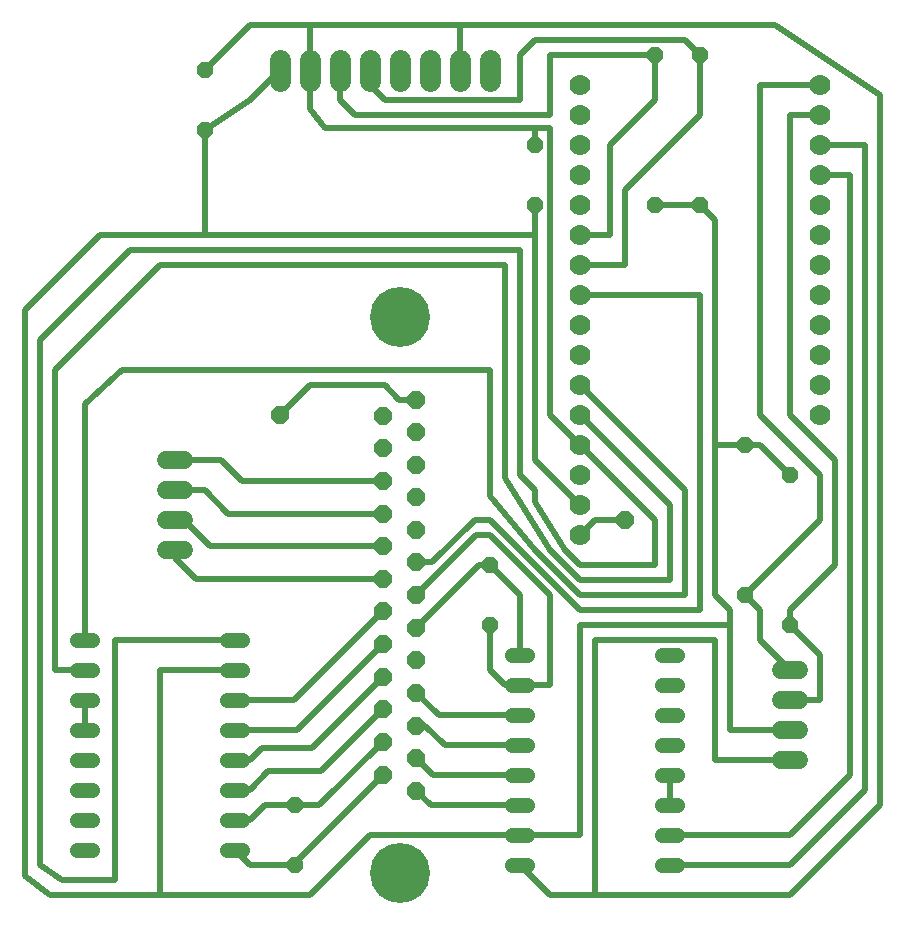
<source format=gbr>
G04 EAGLE Gerber RS-274X export*
G75*
%MOIN*%
%FSLAX34Y34*%
%LPD*%
%INBottom Copper*%
%IPPOS*%
%AMOC8*
5,1,8,0,0,1.08239X$1,22.5*%
G01*
%ADD10P,0.064943X8X112.500000*%
%ADD11C,0.200000*%
%ADD12C,0.060000*%
%ADD13P,0.064262X8X22.500000*%
%ADD14P,0.064262X8X112.500000*%
%ADD15C,0.051496*%
%ADD16C,0.070000*%
%ADD17C,0.070000*%
%ADD18P,0.056284X8X112.500000*%
%ADD19P,0.056284X8X292.500000*%
%ADD20C,0.020000*%


D10*
X15060Y17020D03*
X15060Y15930D03*
X15060Y14850D03*
X15060Y13760D03*
X15060Y12670D03*
X15060Y11590D03*
X15060Y10500D03*
X15060Y9410D03*
X15060Y8330D03*
X15060Y7240D03*
X15060Y6150D03*
X15060Y5070D03*
X15060Y3980D03*
X13940Y16480D03*
X13940Y15390D03*
X13940Y14300D03*
X13940Y13220D03*
X13940Y12130D03*
X13940Y11040D03*
X13940Y9960D03*
X13940Y8870D03*
X13940Y7780D03*
X13940Y6700D03*
X13940Y5610D03*
X13940Y4520D03*
D11*
X14500Y1240D03*
X14500Y19760D03*
D12*
X7300Y12000D02*
X6700Y12000D01*
X6700Y13000D02*
X7300Y13000D01*
X7300Y14000D02*
X6700Y14000D01*
X6700Y15000D02*
X7300Y15000D01*
X27200Y8000D02*
X27800Y8000D01*
X27800Y7000D02*
X27200Y7000D01*
X27200Y6000D02*
X27800Y6000D01*
X27800Y5000D02*
X27200Y5000D01*
D13*
X22000Y13000D03*
D14*
X10500Y16500D03*
D15*
X4257Y2000D02*
X3743Y2000D01*
X3743Y3000D02*
X4257Y3000D01*
X4257Y4000D02*
X3743Y4000D01*
X3743Y5000D02*
X4257Y5000D01*
X4257Y6000D02*
X3743Y6000D01*
X3743Y7000D02*
X4257Y7000D01*
X4257Y8000D02*
X3743Y8000D01*
X3743Y9000D02*
X4257Y9000D01*
X8743Y9000D02*
X9257Y9000D01*
X9257Y8000D02*
X8743Y8000D01*
X8743Y7000D02*
X9257Y7000D01*
X9257Y6000D02*
X8743Y6000D01*
X8743Y5000D02*
X9257Y5000D01*
X9257Y4000D02*
X8743Y4000D01*
X8743Y3000D02*
X9257Y3000D01*
X9257Y2000D02*
X8743Y2000D01*
X23243Y8500D02*
X23757Y8500D01*
X23757Y7500D02*
X23243Y7500D01*
X23243Y6500D02*
X23757Y6500D01*
X23757Y5500D02*
X23243Y5500D01*
X23243Y4500D02*
X23757Y4500D01*
X23757Y3500D02*
X23243Y3500D01*
X23243Y2500D02*
X23757Y2500D01*
X23757Y1500D02*
X23243Y1500D01*
X18757Y1500D02*
X18243Y1500D01*
X18243Y2500D02*
X18757Y2500D01*
X18757Y3500D02*
X18243Y3500D01*
X18243Y4500D02*
X18757Y4500D01*
X18757Y5500D02*
X18243Y5500D01*
X18243Y6500D02*
X18757Y6500D01*
X18757Y7500D02*
X18243Y7500D01*
X18243Y8500D02*
X18757Y8500D01*
D16*
X13500Y27650D02*
X13500Y28350D01*
X14500Y28350D02*
X14500Y27650D01*
X12500Y27650D02*
X12500Y28350D01*
X11500Y28350D02*
X11500Y27650D01*
X10500Y27650D02*
X10500Y28350D01*
X15500Y28350D02*
X15500Y27650D01*
X16500Y27650D02*
X16500Y28350D01*
X17500Y28350D02*
X17500Y27650D01*
D17*
X20500Y12500D03*
X20500Y13500D03*
X20500Y14500D03*
X20500Y15500D03*
X20500Y16500D03*
X20500Y17500D03*
X20500Y18500D03*
X20500Y19500D03*
X20500Y20500D03*
X20500Y21500D03*
X20500Y22500D03*
X20500Y23500D03*
X20500Y24500D03*
X20500Y25500D03*
X20500Y26500D03*
X20500Y27500D03*
X28500Y27500D03*
X28500Y26500D03*
X28500Y25500D03*
X28500Y24500D03*
X28500Y23500D03*
X28500Y22500D03*
X28500Y21500D03*
X28500Y20500D03*
X28500Y19500D03*
X28500Y18500D03*
X28500Y17500D03*
X28500Y16500D03*
D18*
X23000Y23500D03*
X23000Y28500D03*
X24500Y23500D03*
X24500Y28500D03*
X27500Y9500D03*
X27500Y14500D03*
X26000Y10500D03*
X26000Y15500D03*
X11000Y1500D03*
X11000Y3500D03*
D19*
X17500Y11500D03*
X17500Y9500D03*
D18*
X19000Y23500D03*
X19000Y25500D03*
X8000Y26000D03*
X8000Y28000D03*
D20*
X13940Y5610D02*
X11830Y3500D01*
X11000Y3500D01*
X10000Y3500D01*
X9500Y3000D01*
X9000Y3000D01*
X11000Y1580D02*
X13940Y4520D01*
X11000Y1580D02*
X11000Y1500D01*
X9500Y1500D01*
X9000Y2000D01*
X4000Y6000D02*
X4000Y7000D01*
X23500Y4500D02*
X23500Y3500D01*
X26500Y16500D02*
X26500Y27500D01*
X28500Y27500D01*
X26500Y9000D02*
X27500Y8000D01*
X26000Y10500D02*
X28500Y13000D01*
X28500Y14500D01*
X26500Y16500D01*
X26500Y10000D02*
X26500Y9000D01*
X26500Y10000D02*
X26000Y10500D01*
X28500Y25500D02*
X30000Y25500D01*
X30000Y4000D01*
X27500Y1500D01*
X23500Y1500D01*
X28500Y24500D02*
X29500Y24500D01*
X29500Y4500D01*
X27500Y2500D02*
X23500Y2500D01*
X27500Y2500D02*
X29500Y4500D01*
X22000Y13000D02*
X21000Y13000D01*
X20500Y12500D01*
X17500Y8000D02*
X18000Y7500D01*
X18500Y7500D02*
X19500Y7500D01*
X19500Y10500D01*
X17500Y12500D01*
X17060Y12500D02*
X15060Y10500D01*
X17060Y12500D02*
X17500Y12500D01*
X18000Y7500D02*
X18500Y7500D01*
X17500Y8000D02*
X17500Y9500D01*
X13940Y6700D02*
X11870Y4630D01*
X9500Y4000D02*
X9000Y4000D01*
X9500Y4000D02*
X10130Y4630D01*
X11870Y4630D01*
X11580Y5420D02*
X13940Y7780D01*
X11580Y5420D02*
X9920Y5420D01*
X9500Y5000D01*
X9000Y5000D01*
X11070Y6000D02*
X13940Y8870D01*
X11070Y6000D02*
X9000Y6000D01*
X10980Y7000D02*
X13940Y9960D01*
X10980Y7000D02*
X9000Y7000D01*
X15060Y3980D02*
X15080Y4000D01*
X15060Y3980D02*
X15540Y3500D01*
X18500Y3500D01*
X15130Y5000D02*
X15060Y5070D01*
X15630Y4500D01*
X18500Y4500D01*
X15210Y6000D02*
X15060Y6150D01*
X15350Y6150D01*
X16000Y5500D01*
X18500Y5500D01*
X15800Y6500D02*
X15060Y7240D01*
X15800Y6500D02*
X18500Y6500D01*
X13940Y14300D02*
X9254Y14300D01*
X8554Y15000D01*
X7000Y15000D01*
X8790Y13220D02*
X13940Y13220D01*
X8790Y13220D02*
X8010Y14000D01*
X7000Y14000D01*
X8191Y12130D02*
X13940Y12130D01*
X8191Y12130D02*
X7321Y13000D01*
X7000Y13000D01*
X7703Y11040D02*
X13940Y11040D01*
X7703Y11040D02*
X7000Y11743D01*
X7000Y12000D01*
X30500Y3500D02*
X30500Y27167D01*
X11500Y28000D02*
X11500Y29500D01*
X19500Y26071D02*
X19500Y16500D01*
X20500Y15500D01*
X19000Y26071D02*
X12000Y26071D01*
X19000Y26071D02*
X19500Y26071D01*
X5000Y9000D02*
X5000Y1000D01*
X20500Y15500D02*
X23000Y13000D01*
X23000Y11500D01*
X2500Y19000D02*
X2500Y1500D01*
X5500Y22000D02*
X18500Y22000D01*
X27000Y29500D02*
X30500Y27167D01*
X16500Y29500D02*
X11500Y29500D01*
X16500Y29500D02*
X27000Y29500D01*
X12000Y26071D02*
X11500Y26714D01*
X20500Y11500D02*
X23000Y11500D01*
X18500Y14500D02*
X18500Y22000D01*
X21000Y500D02*
X27500Y500D01*
X21000Y500D02*
X19500Y500D01*
X18500Y1500D01*
X27500Y500D02*
X30500Y3500D01*
X5000Y1000D02*
X3250Y1000D01*
X2500Y1500D01*
X25000Y5000D02*
X27500Y5000D01*
X25000Y5000D02*
X25000Y9000D01*
X21000Y9000D01*
X21000Y500D01*
X16500Y28000D02*
X16500Y29500D01*
X9500Y29500D02*
X8000Y28000D01*
X9500Y29500D02*
X11500Y29500D01*
X11500Y28000D02*
X11500Y26714D01*
X9000Y9000D02*
X5000Y9000D01*
X2500Y19000D02*
X5500Y22000D01*
X19000Y25500D02*
X19000Y26071D01*
X20000Y12000D02*
X20500Y11500D01*
X20000Y12000D02*
X19000Y13600D01*
X19000Y14000D01*
X18500Y14500D01*
X2000Y20000D02*
X2000Y1125D01*
X19000Y15000D02*
X20500Y13500D01*
X19000Y15000D02*
X19000Y22500D01*
X9000Y8000D02*
X6500Y8000D01*
X6500Y500D02*
X2833Y500D01*
X8000Y22500D02*
X19000Y22500D01*
X8000Y22500D02*
X4500Y22500D01*
X2000Y1125D02*
X2833Y500D01*
X6500Y500D02*
X6500Y8000D01*
X6500Y500D02*
X11500Y500D01*
X25500Y6000D02*
X27500Y6000D01*
X25500Y6000D02*
X25500Y9500D01*
X20500Y9500D01*
X20500Y2500D01*
X18500Y2500D01*
X9500Y27000D02*
X10500Y28000D01*
X19000Y23500D02*
X19000Y22500D01*
X18500Y2500D02*
X13500Y2500D01*
X11500Y500D01*
X25000Y10500D02*
X25000Y15500D01*
X25000Y23000D01*
X24500Y23500D01*
X23000Y23500D01*
X26500Y15500D02*
X27500Y14500D01*
X26500Y15500D02*
X26000Y15500D01*
X25000Y15500D01*
X25000Y10500D02*
X25500Y10000D01*
X4500Y22500D02*
X2000Y20000D01*
X8000Y26000D02*
X9500Y27000D01*
X8000Y26000D02*
X8000Y22500D01*
X25500Y10000D02*
X25500Y9500D01*
X15060Y17020D02*
X14480Y17020D01*
X14000Y17500D01*
X11500Y17500D02*
X10500Y16500D01*
X11500Y17500D02*
X14000Y17500D01*
X4000Y8000D02*
X3000Y8000D01*
X3000Y18000D01*
X6500Y21500D02*
X18000Y21500D01*
X18000Y14400D01*
X23500Y13500D02*
X23500Y11000D01*
X20500Y11000D01*
X19500Y12000D01*
X18000Y14400D01*
X20500Y16500D02*
X23500Y13500D01*
X6500Y21500D02*
X3000Y18000D01*
X24000Y14000D02*
X24000Y10500D01*
X4000Y9000D02*
X4000Y16864D01*
X17500Y18000D02*
X17500Y13800D01*
X20500Y10500D02*
X24000Y10500D01*
X20500Y10500D02*
X19000Y12000D01*
X17500Y13800D01*
X17500Y18000D02*
X5250Y18000D01*
X4864Y17649D01*
X4000Y16864D01*
X20500Y17500D02*
X24000Y14000D01*
X15590Y11590D02*
X15060Y11590D01*
X15590Y11590D02*
X17000Y13000D01*
X20500Y10000D02*
X24500Y10000D01*
X24500Y20500D01*
X20500Y20500D01*
X17500Y13000D02*
X20500Y10000D01*
X17500Y13000D02*
X17000Y13000D01*
X27000Y7000D02*
X27500Y7000D01*
X27500Y26500D02*
X28500Y26500D01*
X28500Y7000D02*
X27500Y7000D01*
X27500Y16500D02*
X27500Y26500D01*
X27500Y9500D02*
X28500Y8500D01*
X28500Y7000D01*
X27500Y10000D02*
X29000Y11500D01*
X29000Y15000D01*
X27500Y16500D01*
X27500Y10000D02*
X27500Y9500D01*
X18500Y10500D02*
X18500Y8500D01*
X17150Y11500D02*
X15060Y9410D01*
X17500Y11500D02*
X18500Y10500D01*
X17500Y11500D02*
X17150Y11500D01*
X12500Y27000D02*
X12500Y28000D01*
X12500Y27000D02*
X13000Y26500D01*
X19500Y26500D01*
X19500Y28500D01*
X20500Y22500D02*
X21500Y22500D01*
X21500Y25500D02*
X23000Y27000D01*
X21500Y25500D02*
X21500Y22500D01*
X23000Y27000D02*
X23000Y28500D01*
X19500Y28500D01*
X19000Y29000D02*
X24000Y29000D01*
X18500Y28500D02*
X18500Y27000D01*
X14000Y27000D01*
X13500Y27500D01*
X13500Y28000D01*
X18500Y28500D02*
X19000Y29000D01*
X20500Y21500D02*
X22000Y21500D01*
X24500Y28500D02*
X24000Y29000D01*
X24500Y28500D02*
X24500Y26500D01*
X22000Y24000D01*
X22000Y21500D01*
M02*

</source>
